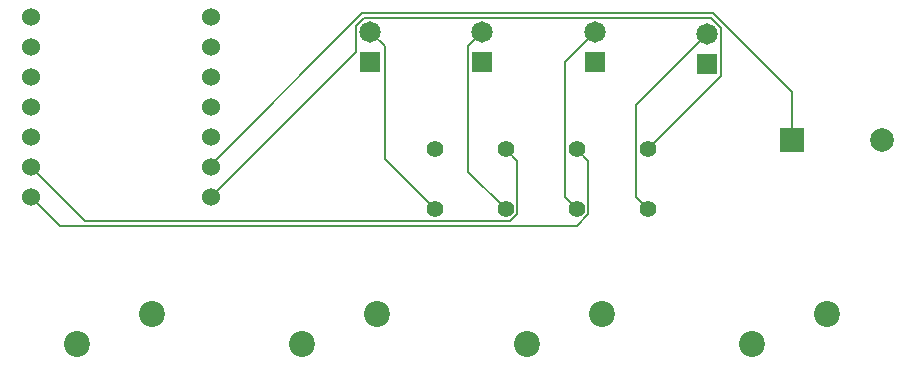
<source format=gbr>
%TF.GenerationSoftware,KiCad,Pcbnew,9.0.2*%
%TF.CreationDate,2025-08-01T16:28:31+05:30*%
%TF.ProjectId,xiao-timer,7869616f-2d74-4696-9d65-722e6b696361,rev?*%
%TF.SameCoordinates,Original*%
%TF.FileFunction,Copper,L2,Bot*%
%TF.FilePolarity,Positive*%
%FSLAX46Y46*%
G04 Gerber Fmt 4.6, Leading zero omitted, Abs format (unit mm)*
G04 Created by KiCad (PCBNEW 9.0.2) date 2025-08-01 16:28:31*
%MOMM*%
%LPD*%
G01*
G04 APERTURE LIST*
%TA.AperFunction,ComponentPad*%
%ADD10C,1.815000*%
%TD*%
%TA.AperFunction,ComponentPad*%
%ADD11R,1.815000X1.815000*%
%TD*%
%TA.AperFunction,ComponentPad*%
%ADD12C,1.400000*%
%TD*%
%TA.AperFunction,ComponentPad*%
%ADD13C,2.200000*%
%TD*%
%TA.AperFunction,ComponentPad*%
%ADD14C,1.524000*%
%TD*%
%TA.AperFunction,ComponentPad*%
%ADD15R,2.000000X2.000000*%
%TD*%
%TA.AperFunction,ComponentPad*%
%ADD16C,2.000000*%
%TD*%
%TA.AperFunction,Conductor*%
%ADD17C,0.200000*%
%TD*%
G04 APERTURE END LIST*
D10*
%TO.P,D2,A*%
%TO.N,Net-(D2-PadA)*%
X120989859Y-69439572D03*
D11*
%TO.P,D2,C*%
%TO.N,GND*%
X120989859Y-71979572D03*
%TD*%
D10*
%TO.P,D1,A*%
%TO.N,Net-(D1-PadA)*%
X111499788Y-69439572D03*
D11*
%TO.P,D1,C*%
%TO.N,GND*%
X111499788Y-71979572D03*
%TD*%
D10*
%TO.P,D3,A*%
%TO.N,Net-(D3-PadA)*%
X130479929Y-69439572D03*
D11*
%TO.P,D3,C*%
%TO.N,GND*%
X130479929Y-71979572D03*
%TD*%
D12*
%TO.P,R2,1*%
%TO.N,Net-(D2-PadA)*%
X122944417Y-84432500D03*
%TO.P,R2,2*%
%TO.N,led2*%
X122944417Y-79352500D03*
%TD*%
D13*
%TO.P,SW3,1,1*%
%TO.N,btn3*%
X131127500Y-93320000D03*
%TO.P,SW3,2,2*%
%TO.N,GND*%
X124777500Y-95860000D03*
%TD*%
D14*
%TO.P,U1,1,GPIO26/ADC0/A0*%
%TO.N,btn1*%
X82750000Y-68158500D03*
%TO.P,U1,2,GPIO27/ADC1/A1*%
%TO.N,btn2*%
X82750000Y-70698500D03*
%TO.P,U1,3,GPIO28/ADC2/A2*%
%TO.N,btn3*%
X82750000Y-73238500D03*
%TO.P,U1,4,GPIO29/ADC3/A3*%
%TO.N,btn4*%
X82750000Y-75778500D03*
%TO.P,U1,5,GPIO6/SDA*%
%TO.N,led1*%
X82750000Y-78318500D03*
%TO.P,U1,6,GPIO7/SCL*%
%TO.N,led2*%
X82750000Y-80858500D03*
%TO.P,U1,7,GPIO0/TX*%
%TO.N,led3*%
X82750000Y-83398500D03*
%TO.P,U1,8,GPIO1/RX*%
%TO.N,led4*%
X97990000Y-83398500D03*
%TO.P,U1,9,GPIO2/SCK*%
%TO.N,buzzer*%
X97990000Y-80858500D03*
%TO.P,U1,10,GPIO4/MISO*%
%TO.N,unconnected-(U1-GPIO4{slash}MISO-Pad10)*%
X97990000Y-78318500D03*
%TO.P,U1,11,GPIO3/MOSI*%
%TO.N,unconnected-(U1-GPIO3{slash}MOSI-Pad11)*%
X97990000Y-75778500D03*
%TO.P,U1,12,3V3*%
%TO.N,unconnected-(U1-3V3-Pad12)*%
X97990000Y-73238500D03*
%TO.P,U1,13,GND*%
%TO.N,GND*%
X97990000Y-70698500D03*
%TO.P,U1,14,VBUS*%
%TO.N,unconnected-(U1-VBUS-Pad14)*%
X97990000Y-68158500D03*
%TD*%
D12*
%TO.P,R3,1*%
%TO.N,Net-(D3-PadA)*%
X128955083Y-84432500D03*
%TO.P,R3,2*%
%TO.N,led3*%
X128955083Y-79352500D03*
%TD*%
D10*
%TO.P,D4,A*%
%TO.N,Net-(D4-PadA)*%
X139970000Y-69560000D03*
D11*
%TO.P,D4,C*%
%TO.N,GND*%
X139970000Y-72100000D03*
%TD*%
D15*
%TO.P,BZ1,1,+*%
%TO.N,buzzer*%
X147181250Y-78581250D03*
D16*
%TO.P,BZ1,2,-*%
%TO.N,GND*%
X154781250Y-78581250D03*
%TD*%
D13*
%TO.P,SW1,1,1*%
%TO.N,btn1*%
X93027500Y-93320000D03*
%TO.P,SW1,2,2*%
%TO.N,GND*%
X86677500Y-95860000D03*
%TD*%
%TO.P,SW4,1,1*%
%TO.N,btn4*%
X150177500Y-93320000D03*
%TO.P,SW4,2,2*%
%TO.N,GND*%
X143827500Y-95860000D03*
%TD*%
D12*
%TO.P,R4,1*%
%TO.N,Net-(D4-PadA)*%
X134965750Y-84432500D03*
%TO.P,R4,2*%
%TO.N,led4*%
X134965750Y-79352500D03*
%TD*%
%TO.P,R1,1*%
%TO.N,Net-(D1-PadA)*%
X116933750Y-84432500D03*
%TO.P,R1,2*%
%TO.N,led1*%
X116933750Y-79352500D03*
%TD*%
D13*
%TO.P,SW2,1,1*%
%TO.N,btn2*%
X112077500Y-93320000D03*
%TO.P,SW2,2,2*%
%TO.N,GND*%
X105727500Y-95860000D03*
%TD*%
D17*
%TO.N,buzzer*%
X147181250Y-74495072D02*
X147181250Y-78581250D01*
X97990000Y-80858500D02*
X97990000Y-80673182D01*
X140516250Y-67830072D02*
X147181250Y-74495072D01*
X97990000Y-80673182D02*
X110833110Y-67830072D01*
X110833110Y-67830072D02*
X140516250Y-67830072D01*
%TO.N,Net-(D1-PadA)*%
X112708288Y-70648072D02*
X111499788Y-69439572D01*
X112708288Y-80207038D02*
X112708288Y-70648072D01*
X116933750Y-84432500D02*
X112708288Y-80207038D01*
%TO.N,Net-(D2-PadA)*%
X122944417Y-84432500D02*
X119781359Y-81269442D01*
X119781359Y-81269442D02*
X119781359Y-70648072D01*
X119781359Y-70648072D02*
X120989859Y-69439572D01*
%TO.N,Net-(D3-PadA)*%
X127954083Y-71965418D02*
X130479929Y-69439572D01*
X127954083Y-83431500D02*
X127954083Y-71965418D01*
X128955083Y-84432500D02*
X127954083Y-83431500D01*
%TO.N,Net-(D4-PadA)*%
X133964750Y-83431500D02*
X133964750Y-75565250D01*
X134965750Y-84432500D02*
X133964750Y-83431500D01*
X133964750Y-75565250D02*
X139970000Y-69560000D01*
%TO.N,led2*%
X87325000Y-85433500D02*
X123359045Y-85433500D01*
X82750000Y-80858500D02*
X87325000Y-85433500D01*
X123945417Y-80353500D02*
X122944417Y-79352500D01*
X123945417Y-84847128D02*
X123945417Y-80353500D01*
X123359045Y-85433500D02*
X123945417Y-84847128D01*
%TO.N,led3*%
X128968711Y-85834500D02*
X129956083Y-84847128D01*
X85186000Y-85834500D02*
X128968711Y-85834500D01*
X129956083Y-80353500D02*
X128955083Y-79352500D01*
X82750000Y-83398500D02*
X85186000Y-85834500D01*
X129956083Y-84847128D02*
X129956083Y-80353500D01*
%TO.N,led4*%
X110291288Y-71097212D02*
X110291288Y-68938994D01*
X141178500Y-73139750D02*
X134965750Y-79352500D01*
X110999210Y-68231072D02*
X140350150Y-68231072D01*
X140350150Y-68231072D02*
X141178500Y-69059422D01*
X110291288Y-68938994D02*
X110999210Y-68231072D01*
X97990000Y-83398500D02*
X110291288Y-71097212D01*
X141178500Y-69059422D02*
X141178500Y-73139750D01*
%TD*%
M02*

</source>
